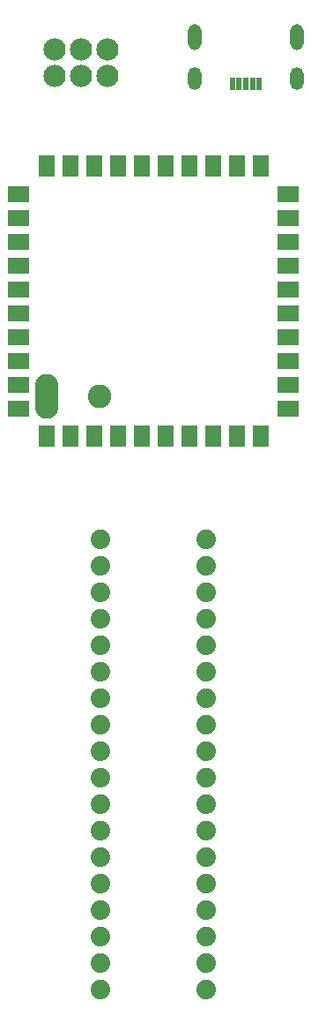
<source format=gts>
G04*
G04 #@! TF.GenerationSoftware,Altium Limited,Altium Designer,22.4.2 (48)*
G04*
G04 Layer_Color=8388736*
%FSLAX25Y25*%
%MOIN*%
G70*
G04*
G04 #@! TF.SameCoordinates,8F61AF4B-F53A-42A9-915A-93109ADE89DC*
G04*
G04*
G04 #@! TF.FilePolarity,Negative*
G04*
G01*
G75*
%ADD14R,0.06400X0.08400*%
%ADD15R,0.08400X0.06400*%
%ADD16O,0.08900X0.16400*%
%ADD17R,0.02150X0.04750*%
%ADD18C,0.08900*%
%ADD19C,0.08400*%
%ADD20O,0.05124X0.08668*%
%ADD21O,0.05124X0.09849*%
%ADD22C,0.07400*%
D14*
X22000Y318500D02*
D03*
X31000D02*
D03*
X40000D02*
D03*
X49000D02*
D03*
X58000D02*
D03*
X67000D02*
D03*
X76000D02*
D03*
X85000D02*
D03*
X94000D02*
D03*
X103000D02*
D03*
Y216500D02*
D03*
X94000D02*
D03*
X85000D02*
D03*
X76000D02*
D03*
X67000D02*
D03*
X58000D02*
D03*
X49000D02*
D03*
X40000D02*
D03*
X31000D02*
D03*
X22000D02*
D03*
D15*
X113500Y308000D02*
D03*
Y299000D02*
D03*
Y290000D02*
D03*
Y281000D02*
D03*
Y272000D02*
D03*
Y263000D02*
D03*
Y254000D02*
D03*
Y245000D02*
D03*
Y236000D02*
D03*
Y227000D02*
D03*
X11500D02*
D03*
Y236000D02*
D03*
Y245000D02*
D03*
Y254000D02*
D03*
Y263000D02*
D03*
Y272000D02*
D03*
Y281000D02*
D03*
Y290000D02*
D03*
Y299000D02*
D03*
Y308000D02*
D03*
D16*
X22000Y231500D02*
D03*
D17*
X92382Y349528D02*
D03*
X94941D02*
D03*
X97500D02*
D03*
X100059D02*
D03*
X102618D02*
D03*
D18*
X42000Y231500D02*
D03*
X22000Y227500D02*
D03*
Y235500D02*
D03*
D19*
X45000Y362500D02*
D03*
Y352500D02*
D03*
X35000Y362500D02*
D03*
Y352500D02*
D03*
X25000Y362500D02*
D03*
Y352500D02*
D03*
D20*
X116988Y351575D02*
D03*
X78012D02*
D03*
D21*
Y367323D02*
D03*
X116988D02*
D03*
D22*
X42500Y177500D02*
D03*
Y167500D02*
D03*
Y157500D02*
D03*
Y147500D02*
D03*
Y137500D02*
D03*
Y127500D02*
D03*
Y117500D02*
D03*
Y107500D02*
D03*
Y97500D02*
D03*
Y87500D02*
D03*
Y77500D02*
D03*
Y67500D02*
D03*
X82500Y177500D02*
D03*
Y167500D02*
D03*
Y157500D02*
D03*
Y147500D02*
D03*
Y137500D02*
D03*
Y127500D02*
D03*
X42500Y57500D02*
D03*
Y47500D02*
D03*
Y37500D02*
D03*
Y27500D02*
D03*
Y17500D02*
D03*
Y7500D02*
D03*
X82500Y117500D02*
D03*
Y107500D02*
D03*
Y97500D02*
D03*
Y87500D02*
D03*
Y77500D02*
D03*
Y67500D02*
D03*
Y57500D02*
D03*
Y47500D02*
D03*
Y37500D02*
D03*
Y27500D02*
D03*
Y17500D02*
D03*
Y7500D02*
D03*
M02*

</source>
